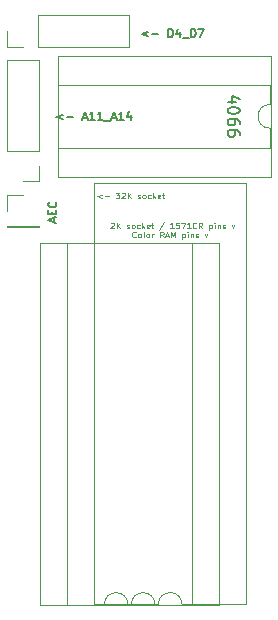
<source format=gto>
G04 #@! TF.GenerationSoftware,KiCad,Pcbnew,(6.0.5)*
G04 #@! TF.CreationDate,2023-11-13T21:27:11+01:00*
G04 #@! TF.ProjectId,kicad-c128-byte-wide-color-ram,6b696361-642d-4633-9132-382d62797465,1.1*
G04 #@! TF.SameCoordinates,Original*
G04 #@! TF.FileFunction,Legend,Top*
G04 #@! TF.FilePolarity,Positive*
%FSLAX46Y46*%
G04 Gerber Fmt 4.6, Leading zero omitted, Abs format (unit mm)*
G04 Created by KiCad (PCBNEW (6.0.5)) date 2023-11-13 21:27:11*
%MOMM*%
%LPD*%
G01*
G04 APERTURE LIST*
%ADD10C,0.100000*%
%ADD11C,0.150000*%
%ADD12C,0.120000*%
%ADD13R,1.600000X1.600000*%
%ADD14O,1.600000X1.600000*%
%ADD15R,1.700000X1.700000*%
%ADD16O,1.700000X1.700000*%
G04 APERTURE END LIST*
D10*
X116474142Y-82474571D02*
X116450333Y-82498380D01*
X116378904Y-82522190D01*
X116331285Y-82522190D01*
X116259857Y-82498380D01*
X116212238Y-82450761D01*
X116188428Y-82403142D01*
X116164619Y-82307904D01*
X116164619Y-82236476D01*
X116188428Y-82141238D01*
X116212238Y-82093619D01*
X116259857Y-82046000D01*
X116331285Y-82022190D01*
X116378904Y-82022190D01*
X116450333Y-82046000D01*
X116474142Y-82069809D01*
X116759857Y-82522190D02*
X116712238Y-82498380D01*
X116688428Y-82474571D01*
X116664619Y-82426952D01*
X116664619Y-82284095D01*
X116688428Y-82236476D01*
X116712238Y-82212666D01*
X116759857Y-82188857D01*
X116831285Y-82188857D01*
X116878904Y-82212666D01*
X116902714Y-82236476D01*
X116926523Y-82284095D01*
X116926523Y-82426952D01*
X116902714Y-82474571D01*
X116878904Y-82498380D01*
X116831285Y-82522190D01*
X116759857Y-82522190D01*
X117212238Y-82522190D02*
X117164619Y-82498380D01*
X117140809Y-82450761D01*
X117140809Y-82022190D01*
X117474142Y-82522190D02*
X117426523Y-82498380D01*
X117402714Y-82474571D01*
X117378904Y-82426952D01*
X117378904Y-82284095D01*
X117402714Y-82236476D01*
X117426523Y-82212666D01*
X117474142Y-82188857D01*
X117545571Y-82188857D01*
X117593190Y-82212666D01*
X117617000Y-82236476D01*
X117640809Y-82284095D01*
X117640809Y-82426952D01*
X117617000Y-82474571D01*
X117593190Y-82498380D01*
X117545571Y-82522190D01*
X117474142Y-82522190D01*
X117855095Y-82522190D02*
X117855095Y-82188857D01*
X117855095Y-82284095D02*
X117878904Y-82236476D01*
X117902714Y-82212666D01*
X117950333Y-82188857D01*
X117997952Y-82188857D01*
X118831285Y-82522190D02*
X118664619Y-82284095D01*
X118545571Y-82522190D02*
X118545571Y-82022190D01*
X118736047Y-82022190D01*
X118783666Y-82046000D01*
X118807476Y-82069809D01*
X118831285Y-82117428D01*
X118831285Y-82188857D01*
X118807476Y-82236476D01*
X118783666Y-82260285D01*
X118736047Y-82284095D01*
X118545571Y-82284095D01*
X119021761Y-82379333D02*
X119259857Y-82379333D01*
X118974142Y-82522190D02*
X119140809Y-82022190D01*
X119307476Y-82522190D01*
X119474142Y-82522190D02*
X119474142Y-82022190D01*
X119640809Y-82379333D01*
X119807476Y-82022190D01*
X119807476Y-82522190D01*
X120426523Y-82188857D02*
X120426523Y-82688857D01*
X120426523Y-82212666D02*
X120474142Y-82188857D01*
X120569380Y-82188857D01*
X120617000Y-82212666D01*
X120640809Y-82236476D01*
X120664619Y-82284095D01*
X120664619Y-82426952D01*
X120640809Y-82474571D01*
X120617000Y-82498380D01*
X120569380Y-82522190D01*
X120474142Y-82522190D01*
X120426523Y-82498380D01*
X120878904Y-82522190D02*
X120878904Y-82188857D01*
X120878904Y-82022190D02*
X120855095Y-82046000D01*
X120878904Y-82069809D01*
X120902714Y-82046000D01*
X120878904Y-82022190D01*
X120878904Y-82069809D01*
X121117000Y-82188857D02*
X121117000Y-82522190D01*
X121117000Y-82236476D02*
X121140809Y-82212666D01*
X121188428Y-82188857D01*
X121259857Y-82188857D01*
X121307476Y-82212666D01*
X121331285Y-82260285D01*
X121331285Y-82522190D01*
X121545571Y-82498380D02*
X121593190Y-82522190D01*
X121688428Y-82522190D01*
X121736047Y-82498380D01*
X121759857Y-82450761D01*
X121759857Y-82426952D01*
X121736047Y-82379333D01*
X121688428Y-82355523D01*
X121617000Y-82355523D01*
X121569380Y-82331714D01*
X121545571Y-82284095D01*
X121545571Y-82260285D01*
X121569380Y-82212666D01*
X121617000Y-82188857D01*
X121688428Y-82188857D01*
X121736047Y-82212666D01*
X122307476Y-82188857D02*
X122426523Y-82522190D01*
X122545571Y-82188857D01*
X113595000Y-78886857D02*
X113214047Y-79029714D01*
X113595000Y-79172571D01*
X113833095Y-79029714D02*
X114214047Y-79029714D01*
X114785476Y-78720190D02*
X115095000Y-78720190D01*
X114928333Y-78910666D01*
X114999761Y-78910666D01*
X115047380Y-78934476D01*
X115071190Y-78958285D01*
X115095000Y-79005904D01*
X115095000Y-79124952D01*
X115071190Y-79172571D01*
X115047380Y-79196380D01*
X114999761Y-79220190D01*
X114856904Y-79220190D01*
X114809285Y-79196380D01*
X114785476Y-79172571D01*
X115285476Y-78767809D02*
X115309285Y-78744000D01*
X115356904Y-78720190D01*
X115475952Y-78720190D01*
X115523571Y-78744000D01*
X115547380Y-78767809D01*
X115571190Y-78815428D01*
X115571190Y-78863047D01*
X115547380Y-78934476D01*
X115261666Y-79220190D01*
X115571190Y-79220190D01*
X115785476Y-79220190D02*
X115785476Y-78720190D01*
X116071190Y-79220190D02*
X115856904Y-78934476D01*
X116071190Y-78720190D02*
X115785476Y-79005904D01*
X116642619Y-79196380D02*
X116690238Y-79220190D01*
X116785476Y-79220190D01*
X116833095Y-79196380D01*
X116856904Y-79148761D01*
X116856904Y-79124952D01*
X116833095Y-79077333D01*
X116785476Y-79053523D01*
X116714047Y-79053523D01*
X116666428Y-79029714D01*
X116642619Y-78982095D01*
X116642619Y-78958285D01*
X116666428Y-78910666D01*
X116714047Y-78886857D01*
X116785476Y-78886857D01*
X116833095Y-78910666D01*
X117142619Y-79220190D02*
X117095000Y-79196380D01*
X117071190Y-79172571D01*
X117047380Y-79124952D01*
X117047380Y-78982095D01*
X117071190Y-78934476D01*
X117095000Y-78910666D01*
X117142619Y-78886857D01*
X117214047Y-78886857D01*
X117261666Y-78910666D01*
X117285476Y-78934476D01*
X117309285Y-78982095D01*
X117309285Y-79124952D01*
X117285476Y-79172571D01*
X117261666Y-79196380D01*
X117214047Y-79220190D01*
X117142619Y-79220190D01*
X117737857Y-79196380D02*
X117690238Y-79220190D01*
X117595000Y-79220190D01*
X117547380Y-79196380D01*
X117523571Y-79172571D01*
X117499761Y-79124952D01*
X117499761Y-78982095D01*
X117523571Y-78934476D01*
X117547380Y-78910666D01*
X117595000Y-78886857D01*
X117690238Y-78886857D01*
X117737857Y-78910666D01*
X117952142Y-79220190D02*
X117952142Y-78720190D01*
X117999761Y-79029714D02*
X118142619Y-79220190D01*
X118142619Y-78886857D02*
X117952142Y-79077333D01*
X118547380Y-79196380D02*
X118499761Y-79220190D01*
X118404523Y-79220190D01*
X118356904Y-79196380D01*
X118333095Y-79148761D01*
X118333095Y-78958285D01*
X118356904Y-78910666D01*
X118404523Y-78886857D01*
X118499761Y-78886857D01*
X118547380Y-78910666D01*
X118571190Y-78958285D01*
X118571190Y-79005904D01*
X118333095Y-79053523D01*
X118714047Y-78886857D02*
X118904523Y-78886857D01*
X118785476Y-78720190D02*
X118785476Y-79148761D01*
X118809285Y-79196380D01*
X118856904Y-79220190D01*
X118904523Y-79220190D01*
D11*
X110296900Y-72113000D02*
X109763566Y-72313000D01*
X110296900Y-72513000D01*
X110630233Y-72313000D02*
X111163566Y-72313000D01*
X111996900Y-72379666D02*
X112330233Y-72379666D01*
X111930233Y-72579666D02*
X112163566Y-71879666D01*
X112396900Y-72579666D01*
X112996900Y-72579666D02*
X112596900Y-72579666D01*
X112796900Y-72579666D02*
X112796900Y-71879666D01*
X112730233Y-71979666D01*
X112663566Y-72046333D01*
X112596900Y-72079666D01*
X113663566Y-72579666D02*
X113263566Y-72579666D01*
X113463566Y-72579666D02*
X113463566Y-71879666D01*
X113396900Y-71979666D01*
X113330233Y-72046333D01*
X113263566Y-72079666D01*
X113796900Y-72646333D02*
X114330233Y-72646333D01*
X114463566Y-72379666D02*
X114796900Y-72379666D01*
X114396900Y-72579666D02*
X114630233Y-71879666D01*
X114863566Y-72579666D01*
X115463566Y-72579666D02*
X115063566Y-72579666D01*
X115263566Y-72579666D02*
X115263566Y-71879666D01*
X115196900Y-71979666D01*
X115130233Y-72046333D01*
X115063566Y-72079666D01*
X116063566Y-72113000D02*
X116063566Y-72579666D01*
X115896900Y-71846333D02*
X115730233Y-72346333D01*
X116163566Y-72346333D01*
D10*
X114355380Y-81307809D02*
X114379190Y-81284000D01*
X114426809Y-81260190D01*
X114545857Y-81260190D01*
X114593476Y-81284000D01*
X114617285Y-81307809D01*
X114641095Y-81355428D01*
X114641095Y-81403047D01*
X114617285Y-81474476D01*
X114331571Y-81760190D01*
X114641095Y-81760190D01*
X114855380Y-81760190D02*
X114855380Y-81260190D01*
X115141095Y-81760190D02*
X114926809Y-81474476D01*
X115141095Y-81260190D02*
X114855380Y-81545904D01*
X115712523Y-81736380D02*
X115760142Y-81760190D01*
X115855380Y-81760190D01*
X115903000Y-81736380D01*
X115926809Y-81688761D01*
X115926809Y-81664952D01*
X115903000Y-81617333D01*
X115855380Y-81593523D01*
X115783952Y-81593523D01*
X115736333Y-81569714D01*
X115712523Y-81522095D01*
X115712523Y-81498285D01*
X115736333Y-81450666D01*
X115783952Y-81426857D01*
X115855380Y-81426857D01*
X115903000Y-81450666D01*
X116212523Y-81760190D02*
X116164904Y-81736380D01*
X116141095Y-81712571D01*
X116117285Y-81664952D01*
X116117285Y-81522095D01*
X116141095Y-81474476D01*
X116164904Y-81450666D01*
X116212523Y-81426857D01*
X116283952Y-81426857D01*
X116331571Y-81450666D01*
X116355380Y-81474476D01*
X116379190Y-81522095D01*
X116379190Y-81664952D01*
X116355380Y-81712571D01*
X116331571Y-81736380D01*
X116283952Y-81760190D01*
X116212523Y-81760190D01*
X116807761Y-81736380D02*
X116760142Y-81760190D01*
X116664904Y-81760190D01*
X116617285Y-81736380D01*
X116593476Y-81712571D01*
X116569666Y-81664952D01*
X116569666Y-81522095D01*
X116593476Y-81474476D01*
X116617285Y-81450666D01*
X116664904Y-81426857D01*
X116760142Y-81426857D01*
X116807761Y-81450666D01*
X117022047Y-81760190D02*
X117022047Y-81260190D01*
X117069666Y-81569714D02*
X117212523Y-81760190D01*
X117212523Y-81426857D02*
X117022047Y-81617333D01*
X117617285Y-81736380D02*
X117569666Y-81760190D01*
X117474428Y-81760190D01*
X117426809Y-81736380D01*
X117403000Y-81688761D01*
X117403000Y-81498285D01*
X117426809Y-81450666D01*
X117474428Y-81426857D01*
X117569666Y-81426857D01*
X117617285Y-81450666D01*
X117641095Y-81498285D01*
X117641095Y-81545904D01*
X117403000Y-81593523D01*
X117783952Y-81426857D02*
X117974428Y-81426857D01*
X117855380Y-81260190D02*
X117855380Y-81688761D01*
X117879190Y-81736380D01*
X117926809Y-81760190D01*
X117974428Y-81760190D01*
X118879190Y-81236380D02*
X118450619Y-81879238D01*
X119688714Y-81760190D02*
X119403000Y-81760190D01*
X119545857Y-81760190D02*
X119545857Y-81260190D01*
X119498238Y-81331619D01*
X119450619Y-81379238D01*
X119403000Y-81403047D01*
X120141095Y-81260190D02*
X119903000Y-81260190D01*
X119879190Y-81498285D01*
X119903000Y-81474476D01*
X119950619Y-81450666D01*
X120069666Y-81450666D01*
X120117285Y-81474476D01*
X120141095Y-81498285D01*
X120164904Y-81545904D01*
X120164904Y-81664952D01*
X120141095Y-81712571D01*
X120117285Y-81736380D01*
X120069666Y-81760190D01*
X119950619Y-81760190D01*
X119903000Y-81736380D01*
X119879190Y-81712571D01*
X120331571Y-81260190D02*
X120664904Y-81260190D01*
X120450619Y-81760190D01*
X121117285Y-81760190D02*
X120831571Y-81760190D01*
X120974428Y-81760190D02*
X120974428Y-81260190D01*
X120926809Y-81331619D01*
X120879190Y-81379238D01*
X120831571Y-81403047D01*
X121617285Y-81712571D02*
X121593476Y-81736380D01*
X121522047Y-81760190D01*
X121474428Y-81760190D01*
X121402999Y-81736380D01*
X121355380Y-81688761D01*
X121331571Y-81641142D01*
X121307761Y-81545904D01*
X121307761Y-81474476D01*
X121331571Y-81379238D01*
X121355380Y-81331619D01*
X121402999Y-81284000D01*
X121474428Y-81260190D01*
X121522047Y-81260190D01*
X121593476Y-81284000D01*
X121617285Y-81307809D01*
X122117285Y-81760190D02*
X121950619Y-81522095D01*
X121831571Y-81760190D02*
X121831571Y-81260190D01*
X122022047Y-81260190D01*
X122069666Y-81284000D01*
X122093476Y-81307809D01*
X122117285Y-81355428D01*
X122117285Y-81426857D01*
X122093476Y-81474476D01*
X122069666Y-81498285D01*
X122022047Y-81522095D01*
X121831571Y-81522095D01*
X122712523Y-81426857D02*
X122712523Y-81926857D01*
X122712523Y-81450666D02*
X122760142Y-81426857D01*
X122855380Y-81426857D01*
X122902999Y-81450666D01*
X122926809Y-81474476D01*
X122950619Y-81522095D01*
X122950619Y-81664952D01*
X122926809Y-81712571D01*
X122902999Y-81736380D01*
X122855380Y-81760190D01*
X122760142Y-81760190D01*
X122712523Y-81736380D01*
X123164904Y-81760190D02*
X123164904Y-81426857D01*
X123164904Y-81260190D02*
X123141095Y-81284000D01*
X123164904Y-81307809D01*
X123188714Y-81284000D01*
X123164904Y-81260190D01*
X123164904Y-81307809D01*
X123403000Y-81426857D02*
X123403000Y-81760190D01*
X123403000Y-81474476D02*
X123426809Y-81450666D01*
X123474428Y-81426857D01*
X123545857Y-81426857D01*
X123593476Y-81450666D01*
X123617285Y-81498285D01*
X123617285Y-81760190D01*
X123831571Y-81736380D02*
X123879190Y-81760190D01*
X123974428Y-81760190D01*
X124022047Y-81736380D01*
X124045857Y-81688761D01*
X124045857Y-81664952D01*
X124022047Y-81617333D01*
X123974428Y-81593523D01*
X123902999Y-81593523D01*
X123855380Y-81569714D01*
X123831571Y-81522095D01*
X123831571Y-81498285D01*
X123855380Y-81450666D01*
X123902999Y-81426857D01*
X123974428Y-81426857D01*
X124022047Y-81450666D01*
X124593476Y-81426857D02*
X124712523Y-81760190D01*
X124831571Y-81426857D01*
D11*
X124933285Y-71024904D02*
X124266619Y-71024904D01*
X125314238Y-70786809D02*
X124599952Y-70548714D01*
X124599952Y-71167761D01*
X125266619Y-71739190D02*
X125266619Y-71834428D01*
X125219000Y-71929666D01*
X125171380Y-71977285D01*
X125076142Y-72024904D01*
X124885666Y-72072523D01*
X124647571Y-72072523D01*
X124457095Y-72024904D01*
X124361857Y-71977285D01*
X124314238Y-71929666D01*
X124266619Y-71834428D01*
X124266619Y-71739190D01*
X124314238Y-71643952D01*
X124361857Y-71596333D01*
X124457095Y-71548714D01*
X124647571Y-71501095D01*
X124885666Y-71501095D01*
X125076142Y-71548714D01*
X125171380Y-71596333D01*
X125219000Y-71643952D01*
X125266619Y-71739190D01*
X125266619Y-72929666D02*
X125266619Y-72739190D01*
X125219000Y-72643952D01*
X125171380Y-72596333D01*
X125028523Y-72501095D01*
X124838047Y-72453476D01*
X124457095Y-72453476D01*
X124361857Y-72501095D01*
X124314238Y-72548714D01*
X124266619Y-72643952D01*
X124266619Y-72834428D01*
X124314238Y-72929666D01*
X124361857Y-72977285D01*
X124457095Y-73024904D01*
X124695190Y-73024904D01*
X124790428Y-72977285D01*
X124838047Y-72929666D01*
X124885666Y-72834428D01*
X124885666Y-72643952D01*
X124838047Y-72548714D01*
X124790428Y-72501095D01*
X124695190Y-72453476D01*
X125266619Y-73882047D02*
X125266619Y-73691571D01*
X125219000Y-73596333D01*
X125171380Y-73548714D01*
X125028523Y-73453476D01*
X124838047Y-73405857D01*
X124457095Y-73405857D01*
X124361857Y-73453476D01*
X124314238Y-73501095D01*
X124266619Y-73596333D01*
X124266619Y-73786809D01*
X124314238Y-73882047D01*
X124361857Y-73929666D01*
X124457095Y-73977285D01*
X124695190Y-73977285D01*
X124790428Y-73929666D01*
X124838047Y-73882047D01*
X124885666Y-73786809D01*
X124885666Y-73596333D01*
X124838047Y-73501095D01*
X124790428Y-73453476D01*
X124695190Y-73405857D01*
X117510500Y-65102600D02*
X116977166Y-65302600D01*
X117510500Y-65502600D01*
X117843833Y-65302600D02*
X118377166Y-65302600D01*
X119243833Y-65569266D02*
X119243833Y-64869266D01*
X119410500Y-64869266D01*
X119510500Y-64902600D01*
X119577166Y-64969266D01*
X119610500Y-65035933D01*
X119643833Y-65169266D01*
X119643833Y-65269266D01*
X119610500Y-65402600D01*
X119577166Y-65469266D01*
X119510500Y-65535933D01*
X119410500Y-65569266D01*
X119243833Y-65569266D01*
X120243833Y-65102600D02*
X120243833Y-65569266D01*
X120077166Y-64835933D02*
X119910500Y-65335933D01*
X120343833Y-65335933D01*
X120443833Y-65635933D02*
X120977166Y-65635933D01*
X121143833Y-65569266D02*
X121143833Y-64869266D01*
X121310500Y-64869266D01*
X121410500Y-64902600D01*
X121477166Y-64969266D01*
X121510500Y-65035933D01*
X121543833Y-65169266D01*
X121543833Y-65269266D01*
X121510500Y-65402600D01*
X121477166Y-65469266D01*
X121410500Y-65535933D01*
X121310500Y-65569266D01*
X121143833Y-65569266D01*
X121777166Y-64869266D02*
X122243833Y-64869266D01*
X121943833Y-65569266D01*
X109565266Y-81198933D02*
X109565266Y-80865600D01*
X109765266Y-81265600D02*
X109065266Y-81032266D01*
X109765266Y-80798933D01*
X109398600Y-80565600D02*
X109398600Y-80332266D01*
X109765266Y-80232266D02*
X109765266Y-80565600D01*
X109065266Y-80565600D01*
X109065266Y-80232266D01*
X109698600Y-79532266D02*
X109731933Y-79565600D01*
X109765266Y-79665600D01*
X109765266Y-79732266D01*
X109731933Y-79832266D01*
X109665266Y-79898933D01*
X109598600Y-79932266D01*
X109465266Y-79965600D01*
X109365266Y-79965600D01*
X109231933Y-79932266D01*
X109165266Y-79898933D01*
X109098600Y-79832266D01*
X109065266Y-79732266D01*
X109065266Y-79665600D01*
X109098600Y-79565600D01*
X109131933Y-79532266D01*
D12*
X127887000Y-67123000D02*
X109867000Y-67123000D01*
X127827000Y-74913000D02*
X127827000Y-73263000D01*
X127887000Y-77403000D02*
X127887000Y-67123000D01*
X109867000Y-77403000D02*
X127887000Y-77403000D01*
X109927000Y-69613000D02*
X109927000Y-74913000D01*
X109927000Y-74913000D02*
X127827000Y-74913000D01*
X109867000Y-67123000D02*
X109867000Y-77403000D01*
X127827000Y-71263000D02*
X127827000Y-69613000D01*
X127827000Y-69613000D02*
X109927000Y-69613000D01*
X127827000Y-71263000D02*
G75*
G03*
X127827000Y-73263000I0J-1000000D01*
G01*
X108264000Y-67494000D02*
X105604000Y-67494000D01*
X108264000Y-76444000D02*
X108264000Y-77774000D01*
X108264000Y-75174000D02*
X108264000Y-67494000D01*
X108264000Y-75174000D02*
X105604000Y-75174000D01*
X108264000Y-77774000D02*
X106934000Y-77774000D01*
X105604000Y-75174000D02*
X105604000Y-67494000D01*
X105614000Y-66354000D02*
X105614000Y-65024000D01*
X106944000Y-66354000D02*
X105614000Y-66354000D01*
X115894000Y-66354000D02*
X115894000Y-63694000D01*
X108214000Y-63694000D02*
X115894000Y-63694000D01*
X108214000Y-66354000D02*
X108214000Y-63694000D01*
X108214000Y-66354000D02*
X115894000Y-66354000D01*
X108264000Y-81534000D02*
X108264000Y-81594000D01*
X105604000Y-81534000D02*
X108264000Y-81534000D01*
X105604000Y-81534000D02*
X105604000Y-81594000D01*
X105604000Y-80264000D02*
X105604000Y-78934000D01*
X105604000Y-78934000D02*
X106934000Y-78934000D01*
X105604000Y-81594000D02*
X108264000Y-81594000D01*
X110639000Y-113598000D02*
X116099000Y-113598000D01*
X118099000Y-113598000D02*
X123559000Y-113598000D01*
X110639000Y-82998000D02*
X110639000Y-113598000D01*
X123559000Y-113598000D02*
X123559000Y-82998000D01*
X123559000Y-82998000D02*
X110639000Y-82998000D01*
X118099000Y-113598000D02*
G75*
G03*
X116099000Y-113598000I-1000000J0D01*
G01*
X121273000Y-82998000D02*
X108353000Y-82998000D01*
X108353000Y-82998000D02*
X108353000Y-113598000D01*
X115813000Y-113598000D02*
X121273000Y-113598000D01*
X121273000Y-113598000D02*
X121273000Y-82998000D01*
X108353000Y-113598000D02*
X113813000Y-113598000D01*
X115813000Y-113598000D02*
G75*
G03*
X113813000Y-113598000I-1000000J0D01*
G01*
X125850000Y-77908000D02*
X112930000Y-77908000D01*
X112930000Y-77908000D02*
X112930000Y-113588000D01*
X125850000Y-113588000D02*
X125850000Y-77908000D01*
X112930000Y-113588000D02*
X118390000Y-113588000D01*
X120390000Y-113588000D02*
X125850000Y-113588000D01*
X120390000Y-113588000D02*
G75*
G03*
X118390000Y-113588000I-1000000J0D01*
G01*
%LPC*%
D13*
X126497000Y-68453000D03*
D14*
X123957000Y-68453000D03*
X121417000Y-68453000D03*
X118877000Y-68453000D03*
X116337000Y-68453000D03*
X113797000Y-68453000D03*
X111257000Y-68453000D03*
X111257000Y-76073000D03*
X113797000Y-76073000D03*
X116337000Y-76073000D03*
X118877000Y-76073000D03*
X121417000Y-76073000D03*
X123957000Y-76073000D03*
X126497000Y-76073000D03*
D15*
X106934000Y-76444000D03*
D16*
X106934000Y-73904000D03*
X106934000Y-71364000D03*
X106934000Y-68824000D03*
D15*
X106944000Y-65024000D03*
D16*
X109484000Y-65024000D03*
X112024000Y-65024000D03*
X114564000Y-65024000D03*
D15*
X106934000Y-80264000D03*
D13*
X124719000Y-112268000D03*
D14*
X124719000Y-109728000D03*
X124719000Y-107188000D03*
X124719000Y-104648000D03*
X124719000Y-102108000D03*
X124719000Y-99568000D03*
X124719000Y-97028000D03*
X124719000Y-94488000D03*
X124719000Y-91948000D03*
X124719000Y-89408000D03*
X124719000Y-86868000D03*
X124719000Y-84328000D03*
X109479000Y-84328000D03*
X109479000Y-86868000D03*
X109479000Y-89408000D03*
X109479000Y-91948000D03*
X109479000Y-94488000D03*
X109479000Y-97028000D03*
X109479000Y-99568000D03*
X109479000Y-102108000D03*
X109479000Y-104648000D03*
X109479000Y-107188000D03*
X109479000Y-109728000D03*
X109479000Y-112268000D03*
D13*
X122433000Y-112268000D03*
D14*
X122433000Y-109728000D03*
X122433000Y-107188000D03*
X122433000Y-104648000D03*
X122433000Y-102108000D03*
X122433000Y-99568000D03*
X122433000Y-97028000D03*
X122433000Y-94488000D03*
X122433000Y-91948000D03*
X122433000Y-89408000D03*
X122433000Y-86868000D03*
X122433000Y-84328000D03*
X107193000Y-84328000D03*
X107193000Y-86868000D03*
X107193000Y-89408000D03*
X107193000Y-91948000D03*
X107193000Y-94488000D03*
X107193000Y-97028000D03*
X107193000Y-99568000D03*
X107193000Y-102108000D03*
X107193000Y-104648000D03*
X107193000Y-107188000D03*
X107193000Y-109728000D03*
X107193000Y-112268000D03*
D13*
X127010000Y-112258000D03*
D14*
X127010000Y-109718000D03*
X127010000Y-107178000D03*
X127010000Y-104638000D03*
X127010000Y-102098000D03*
X127010000Y-99558000D03*
X127010000Y-97018000D03*
X127010000Y-94478000D03*
X127010000Y-91938000D03*
X127010000Y-89398000D03*
X127010000Y-86858000D03*
X127010000Y-84318000D03*
X127010000Y-81778000D03*
X127010000Y-79238000D03*
X111770000Y-79238000D03*
X111770000Y-81778000D03*
X111770000Y-84318000D03*
X111770000Y-86858000D03*
X111770000Y-89398000D03*
X111770000Y-91938000D03*
X111770000Y-94478000D03*
X111770000Y-97018000D03*
X111770000Y-99558000D03*
X111770000Y-102098000D03*
X111770000Y-104638000D03*
X111770000Y-107178000D03*
X111770000Y-109718000D03*
X111770000Y-112258000D03*
M02*

</source>
